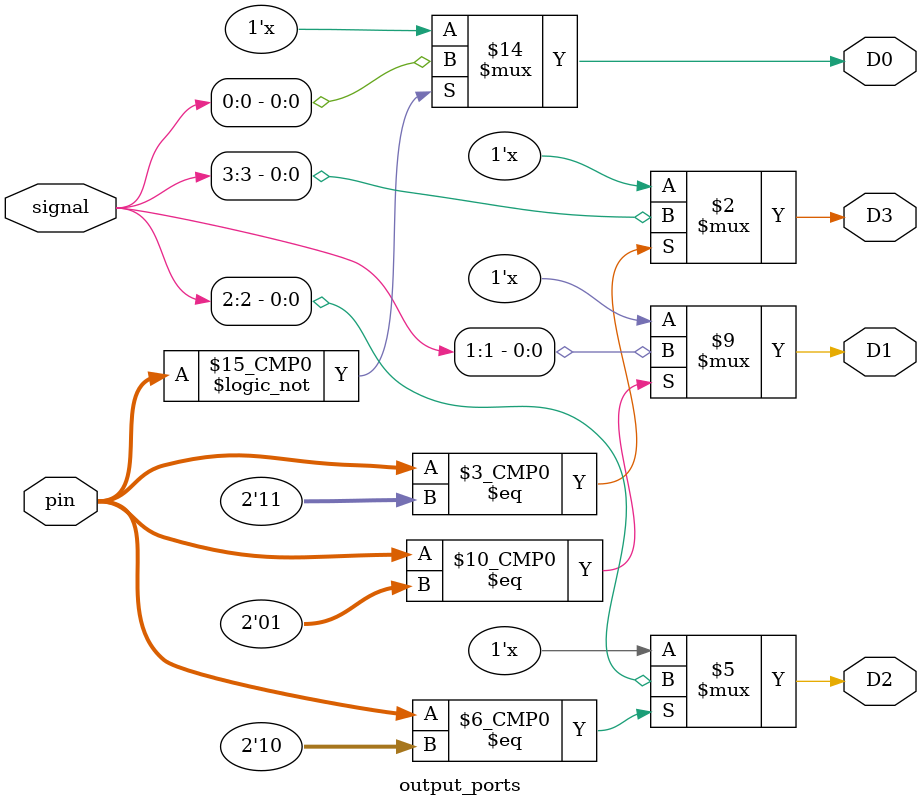
<source format=v>



module output_ports (input [1:0] pin, input [3:0] signal, output reg D0, D1, D2, D3);

always @* begin
    case (pin)
        2'b00: D0 <= signal[0];  // Assign the value of signal[0] to D0 when pin is '00'
        2'b01: D1 <= signal[1];  // Assign the value of signal[1] to D1 when pin is '01'
        2'b10: D2 <= signal[2];  // Assign the value of signal[2] to D2 when pin is '10'
        2'b11: D3 <= signal[3];  // Assign the value of signal[3] to D3 when pin is '11'
    endcase
end

endmodule

</source>
